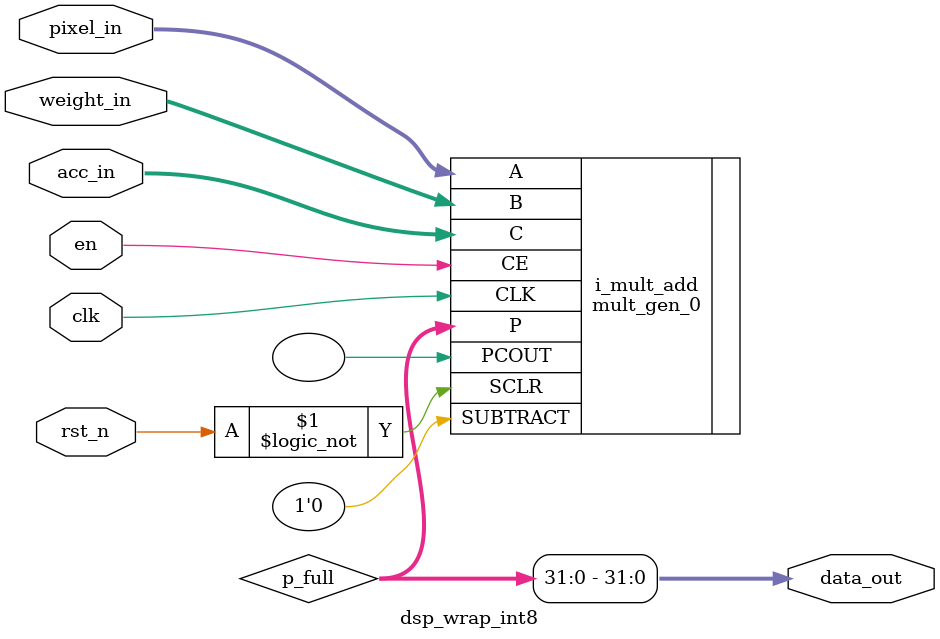
<source format=sv>
module dsp_wrap_int8 (
    input  logic        clk,
    input  logic        rst_n,
    input  logic        en,        // Clock Enable
    input  logic [7:0]  pixel_in,  // A
    input  logic [7:0]  weight_in, // B
    input  logic [31:0] acc_in,    // C
    output logic [31:0] data_out   // P[31:0]
);

    logic [47:0] p_full;
    
    mult_gen_0 i_mult_add (
        .CLK(clk),
        .CE(en),
        .SCLR(!rst_n),
        .A(pixel_in),
        .B(weight_in),
        .C(acc_in),
        .SUBTRACT(1'b0), 
        .P(p_full),
        .PCOUT()   
    );

    assign data_out = p_full[31:0];

endmodule

</source>
